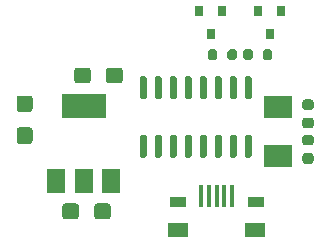
<source format=gbr>
%TF.GenerationSoftware,KiCad,Pcbnew,(5.1.10)-1*%
%TF.CreationDate,2021-05-26T11:20:56+00:00*%
%TF.ProjectId,esp32_programmer,65737033-325f-4707-926f-6772616d6d65,rev?*%
%TF.SameCoordinates,Original*%
%TF.FileFunction,Paste,Top*%
%TF.FilePolarity,Positive*%
%FSLAX46Y46*%
G04 Gerber Fmt 4.6, Leading zero omitted, Abs format (unit mm)*
G04 Created by KiCad (PCBNEW (5.1.10)-1) date 2021-05-26 11:20:56*
%MOMM*%
%LPD*%
G01*
G04 APERTURE LIST*
%ADD10R,0.400000X1.850000*%
%ADD11R,1.690000X1.300000*%
%ADD12R,1.475000X0.900000*%
%ADD13R,0.800000X0.900000*%
%ADD14R,3.800000X2.000000*%
%ADD15R,1.500000X2.000000*%
%ADD16R,2.400000X1.900000*%
G04 APERTURE END LIST*
D10*
%TO.C,J1*%
X129223300Y-84454060D03*
X130523300Y-84454060D03*
X129873300Y-84454060D03*
X131173300Y-84454060D03*
X131823300Y-84454060D03*
D11*
X127253300Y-87289060D03*
X133793300Y-87289060D03*
D12*
X127235800Y-84929060D03*
X133810800Y-84929060D03*
%TD*%
%TO.C,C1*%
G36*
G01*
X121550000Y-85324999D02*
X121550000Y-86175001D01*
G75*
G02*
X121300001Y-86425000I-249999J0D01*
G01*
X120399999Y-86425000D01*
G75*
G02*
X120150000Y-86175001I0J249999D01*
G01*
X120150000Y-85324999D01*
G75*
G02*
X120399999Y-85075000I249999J0D01*
G01*
X121300001Y-85075000D01*
G75*
G02*
X121550000Y-85324999I0J-249999D01*
G01*
G37*
G36*
G01*
X118850000Y-85324999D02*
X118850000Y-86175001D01*
G75*
G02*
X118600001Y-86425000I-249999J0D01*
G01*
X117699999Y-86425000D01*
G75*
G02*
X117450000Y-86175001I0J249999D01*
G01*
X117450000Y-85324999D01*
G75*
G02*
X117699999Y-85075000I249999J0D01*
G01*
X118600001Y-85075000D01*
G75*
G02*
X118850000Y-85324999I0J-249999D01*
G01*
G37*
%TD*%
%TO.C,C2*%
G36*
G01*
X113824999Y-75950000D02*
X114675001Y-75950000D01*
G75*
G02*
X114925000Y-76199999I0J-249999D01*
G01*
X114925000Y-77100001D01*
G75*
G02*
X114675001Y-77350000I-249999J0D01*
G01*
X113824999Y-77350000D01*
G75*
G02*
X113575000Y-77100001I0J249999D01*
G01*
X113575000Y-76199999D01*
G75*
G02*
X113824999Y-75950000I249999J0D01*
G01*
G37*
G36*
G01*
X113824999Y-78650000D02*
X114675001Y-78650000D01*
G75*
G02*
X114925000Y-78899999I0J-249999D01*
G01*
X114925000Y-79800001D01*
G75*
G02*
X114675001Y-80050000I-249999J0D01*
G01*
X113824999Y-80050000D01*
G75*
G02*
X113575000Y-79800001I0J249999D01*
G01*
X113575000Y-78899999D01*
G75*
G02*
X113824999Y-78650000I249999J0D01*
G01*
G37*
%TD*%
%TO.C,C3*%
G36*
G01*
X119850000Y-73824999D02*
X119850000Y-74675001D01*
G75*
G02*
X119600001Y-74925000I-249999J0D01*
G01*
X118699999Y-74925000D01*
G75*
G02*
X118450000Y-74675001I0J249999D01*
G01*
X118450000Y-73824999D01*
G75*
G02*
X118699999Y-73575000I249999J0D01*
G01*
X119600001Y-73575000D01*
G75*
G02*
X119850000Y-73824999I0J-249999D01*
G01*
G37*
G36*
G01*
X122550000Y-73824999D02*
X122550000Y-74675001D01*
G75*
G02*
X122300001Y-74925000I-249999J0D01*
G01*
X121399999Y-74925000D01*
G75*
G02*
X121150000Y-74675001I0J249999D01*
G01*
X121150000Y-73824999D01*
G75*
G02*
X121399999Y-73575000I249999J0D01*
G01*
X122300001Y-73575000D01*
G75*
G02*
X122550000Y-73824999I0J-249999D01*
G01*
G37*
%TD*%
%TO.C,C4*%
G36*
G01*
X138500000Y-78725000D02*
X138000000Y-78725000D01*
G75*
G02*
X137775000Y-78500000I0J225000D01*
G01*
X137775000Y-78050000D01*
G75*
G02*
X138000000Y-77825000I225000J0D01*
G01*
X138500000Y-77825000D01*
G75*
G02*
X138725000Y-78050000I0J-225000D01*
G01*
X138725000Y-78500000D01*
G75*
G02*
X138500000Y-78725000I-225000J0D01*
G01*
G37*
G36*
G01*
X138500000Y-77175000D02*
X138000000Y-77175000D01*
G75*
G02*
X137775000Y-76950000I0J225000D01*
G01*
X137775000Y-76500000D01*
G75*
G02*
X138000000Y-76275000I225000J0D01*
G01*
X138500000Y-76275000D01*
G75*
G02*
X138725000Y-76500000I0J-225000D01*
G01*
X138725000Y-76950000D01*
G75*
G02*
X138500000Y-77175000I-225000J0D01*
G01*
G37*
%TD*%
%TO.C,C5*%
G36*
G01*
X138500000Y-80175000D02*
X138000000Y-80175000D01*
G75*
G02*
X137775000Y-79950000I0J225000D01*
G01*
X137775000Y-79500000D01*
G75*
G02*
X138000000Y-79275000I225000J0D01*
G01*
X138500000Y-79275000D01*
G75*
G02*
X138725000Y-79500000I0J-225000D01*
G01*
X138725000Y-79950000D01*
G75*
G02*
X138500000Y-80175000I-225000J0D01*
G01*
G37*
G36*
G01*
X138500000Y-81725000D02*
X138000000Y-81725000D01*
G75*
G02*
X137775000Y-81500000I0J225000D01*
G01*
X137775000Y-81050000D01*
G75*
G02*
X138000000Y-80825000I225000J0D01*
G01*
X138500000Y-80825000D01*
G75*
G02*
X138725000Y-81050000I0J-225000D01*
G01*
X138725000Y-81500000D01*
G75*
G02*
X138500000Y-81725000I-225000J0D01*
G01*
G37*
%TD*%
D13*
%TO.C,Q1*%
X130950000Y-68750000D03*
X129050000Y-68750000D03*
X130000000Y-70750000D03*
%TD*%
%TO.C,Q2*%
X135000000Y-70750000D03*
X134050000Y-68750000D03*
X135950000Y-68750000D03*
%TD*%
%TO.C,R1*%
G36*
G01*
X132775000Y-72775000D02*
X132775000Y-72225000D01*
G75*
G02*
X132975000Y-72025000I200000J0D01*
G01*
X133375000Y-72025000D01*
G75*
G02*
X133575000Y-72225000I0J-200000D01*
G01*
X133575000Y-72775000D01*
G75*
G02*
X133375000Y-72975000I-200000J0D01*
G01*
X132975000Y-72975000D01*
G75*
G02*
X132775000Y-72775000I0J200000D01*
G01*
G37*
G36*
G01*
X134425000Y-72775000D02*
X134425000Y-72225000D01*
G75*
G02*
X134625000Y-72025000I200000J0D01*
G01*
X135025000Y-72025000D01*
G75*
G02*
X135225000Y-72225000I0J-200000D01*
G01*
X135225000Y-72775000D01*
G75*
G02*
X135025000Y-72975000I-200000J0D01*
G01*
X134625000Y-72975000D01*
G75*
G02*
X134425000Y-72775000I0J200000D01*
G01*
G37*
%TD*%
%TO.C,R2*%
G36*
G01*
X130575000Y-72225000D02*
X130575000Y-72775000D01*
G75*
G02*
X130375000Y-72975000I-200000J0D01*
G01*
X129975000Y-72975000D01*
G75*
G02*
X129775000Y-72775000I0J200000D01*
G01*
X129775000Y-72225000D01*
G75*
G02*
X129975000Y-72025000I200000J0D01*
G01*
X130375000Y-72025000D01*
G75*
G02*
X130575000Y-72225000I0J-200000D01*
G01*
G37*
G36*
G01*
X132225000Y-72225000D02*
X132225000Y-72775000D01*
G75*
G02*
X132025000Y-72975000I-200000J0D01*
G01*
X131625000Y-72975000D01*
G75*
G02*
X131425000Y-72775000I0J200000D01*
G01*
X131425000Y-72225000D01*
G75*
G02*
X131625000Y-72025000I200000J0D01*
G01*
X132025000Y-72025000D01*
G75*
G02*
X132225000Y-72225000I0J-200000D01*
G01*
G37*
%TD*%
D14*
%TO.C,U1*%
X119250000Y-76850000D03*
D15*
X119250000Y-83150000D03*
X121550000Y-83150000D03*
X116950000Y-83150000D03*
%TD*%
%TO.C,U2*%
G36*
G01*
X124455000Y-81200000D02*
X124155000Y-81200000D01*
G75*
G02*
X124005000Y-81050000I0J150000D01*
G01*
X124005000Y-79400000D01*
G75*
G02*
X124155000Y-79250000I150000J0D01*
G01*
X124455000Y-79250000D01*
G75*
G02*
X124605000Y-79400000I0J-150000D01*
G01*
X124605000Y-81050000D01*
G75*
G02*
X124455000Y-81200000I-150000J0D01*
G01*
G37*
G36*
G01*
X125725000Y-81200000D02*
X125425000Y-81200000D01*
G75*
G02*
X125275000Y-81050000I0J150000D01*
G01*
X125275000Y-79400000D01*
G75*
G02*
X125425000Y-79250000I150000J0D01*
G01*
X125725000Y-79250000D01*
G75*
G02*
X125875000Y-79400000I0J-150000D01*
G01*
X125875000Y-81050000D01*
G75*
G02*
X125725000Y-81200000I-150000J0D01*
G01*
G37*
G36*
G01*
X126995000Y-81200000D02*
X126695000Y-81200000D01*
G75*
G02*
X126545000Y-81050000I0J150000D01*
G01*
X126545000Y-79400000D01*
G75*
G02*
X126695000Y-79250000I150000J0D01*
G01*
X126995000Y-79250000D01*
G75*
G02*
X127145000Y-79400000I0J-150000D01*
G01*
X127145000Y-81050000D01*
G75*
G02*
X126995000Y-81200000I-150000J0D01*
G01*
G37*
G36*
G01*
X128265000Y-81200000D02*
X127965000Y-81200000D01*
G75*
G02*
X127815000Y-81050000I0J150000D01*
G01*
X127815000Y-79400000D01*
G75*
G02*
X127965000Y-79250000I150000J0D01*
G01*
X128265000Y-79250000D01*
G75*
G02*
X128415000Y-79400000I0J-150000D01*
G01*
X128415000Y-81050000D01*
G75*
G02*
X128265000Y-81200000I-150000J0D01*
G01*
G37*
G36*
G01*
X129535000Y-81200000D02*
X129235000Y-81200000D01*
G75*
G02*
X129085000Y-81050000I0J150000D01*
G01*
X129085000Y-79400000D01*
G75*
G02*
X129235000Y-79250000I150000J0D01*
G01*
X129535000Y-79250000D01*
G75*
G02*
X129685000Y-79400000I0J-150000D01*
G01*
X129685000Y-81050000D01*
G75*
G02*
X129535000Y-81200000I-150000J0D01*
G01*
G37*
G36*
G01*
X130805000Y-81200000D02*
X130505000Y-81200000D01*
G75*
G02*
X130355000Y-81050000I0J150000D01*
G01*
X130355000Y-79400000D01*
G75*
G02*
X130505000Y-79250000I150000J0D01*
G01*
X130805000Y-79250000D01*
G75*
G02*
X130955000Y-79400000I0J-150000D01*
G01*
X130955000Y-81050000D01*
G75*
G02*
X130805000Y-81200000I-150000J0D01*
G01*
G37*
G36*
G01*
X132075000Y-81200000D02*
X131775000Y-81200000D01*
G75*
G02*
X131625000Y-81050000I0J150000D01*
G01*
X131625000Y-79400000D01*
G75*
G02*
X131775000Y-79250000I150000J0D01*
G01*
X132075000Y-79250000D01*
G75*
G02*
X132225000Y-79400000I0J-150000D01*
G01*
X132225000Y-81050000D01*
G75*
G02*
X132075000Y-81200000I-150000J0D01*
G01*
G37*
G36*
G01*
X133345000Y-81200000D02*
X133045000Y-81200000D01*
G75*
G02*
X132895000Y-81050000I0J150000D01*
G01*
X132895000Y-79400000D01*
G75*
G02*
X133045000Y-79250000I150000J0D01*
G01*
X133345000Y-79250000D01*
G75*
G02*
X133495000Y-79400000I0J-150000D01*
G01*
X133495000Y-81050000D01*
G75*
G02*
X133345000Y-81200000I-150000J0D01*
G01*
G37*
G36*
G01*
X133345000Y-76250000D02*
X133045000Y-76250000D01*
G75*
G02*
X132895000Y-76100000I0J150000D01*
G01*
X132895000Y-74450000D01*
G75*
G02*
X133045000Y-74300000I150000J0D01*
G01*
X133345000Y-74300000D01*
G75*
G02*
X133495000Y-74450000I0J-150000D01*
G01*
X133495000Y-76100000D01*
G75*
G02*
X133345000Y-76250000I-150000J0D01*
G01*
G37*
G36*
G01*
X132075000Y-76250000D02*
X131775000Y-76250000D01*
G75*
G02*
X131625000Y-76100000I0J150000D01*
G01*
X131625000Y-74450000D01*
G75*
G02*
X131775000Y-74300000I150000J0D01*
G01*
X132075000Y-74300000D01*
G75*
G02*
X132225000Y-74450000I0J-150000D01*
G01*
X132225000Y-76100000D01*
G75*
G02*
X132075000Y-76250000I-150000J0D01*
G01*
G37*
G36*
G01*
X130805000Y-76250000D02*
X130505000Y-76250000D01*
G75*
G02*
X130355000Y-76100000I0J150000D01*
G01*
X130355000Y-74450000D01*
G75*
G02*
X130505000Y-74300000I150000J0D01*
G01*
X130805000Y-74300000D01*
G75*
G02*
X130955000Y-74450000I0J-150000D01*
G01*
X130955000Y-76100000D01*
G75*
G02*
X130805000Y-76250000I-150000J0D01*
G01*
G37*
G36*
G01*
X129535000Y-76250000D02*
X129235000Y-76250000D01*
G75*
G02*
X129085000Y-76100000I0J150000D01*
G01*
X129085000Y-74450000D01*
G75*
G02*
X129235000Y-74300000I150000J0D01*
G01*
X129535000Y-74300000D01*
G75*
G02*
X129685000Y-74450000I0J-150000D01*
G01*
X129685000Y-76100000D01*
G75*
G02*
X129535000Y-76250000I-150000J0D01*
G01*
G37*
G36*
G01*
X128265000Y-76250000D02*
X127965000Y-76250000D01*
G75*
G02*
X127815000Y-76100000I0J150000D01*
G01*
X127815000Y-74450000D01*
G75*
G02*
X127965000Y-74300000I150000J0D01*
G01*
X128265000Y-74300000D01*
G75*
G02*
X128415000Y-74450000I0J-150000D01*
G01*
X128415000Y-76100000D01*
G75*
G02*
X128265000Y-76250000I-150000J0D01*
G01*
G37*
G36*
G01*
X126995000Y-76250000D02*
X126695000Y-76250000D01*
G75*
G02*
X126545000Y-76100000I0J150000D01*
G01*
X126545000Y-74450000D01*
G75*
G02*
X126695000Y-74300000I150000J0D01*
G01*
X126995000Y-74300000D01*
G75*
G02*
X127145000Y-74450000I0J-150000D01*
G01*
X127145000Y-76100000D01*
G75*
G02*
X126995000Y-76250000I-150000J0D01*
G01*
G37*
G36*
G01*
X125725000Y-76250000D02*
X125425000Y-76250000D01*
G75*
G02*
X125275000Y-76100000I0J150000D01*
G01*
X125275000Y-74450000D01*
G75*
G02*
X125425000Y-74300000I150000J0D01*
G01*
X125725000Y-74300000D01*
G75*
G02*
X125875000Y-74450000I0J-150000D01*
G01*
X125875000Y-76100000D01*
G75*
G02*
X125725000Y-76250000I-150000J0D01*
G01*
G37*
G36*
G01*
X124455000Y-76250000D02*
X124155000Y-76250000D01*
G75*
G02*
X124005000Y-76100000I0J150000D01*
G01*
X124005000Y-74450000D01*
G75*
G02*
X124155000Y-74300000I150000J0D01*
G01*
X124455000Y-74300000D01*
G75*
G02*
X124605000Y-74450000I0J-150000D01*
G01*
X124605000Y-76100000D01*
G75*
G02*
X124455000Y-76250000I-150000J0D01*
G01*
G37*
%TD*%
D16*
%TO.C,Y1*%
X135750000Y-81050000D03*
X135750000Y-76950000D03*
%TD*%
M02*

</source>
